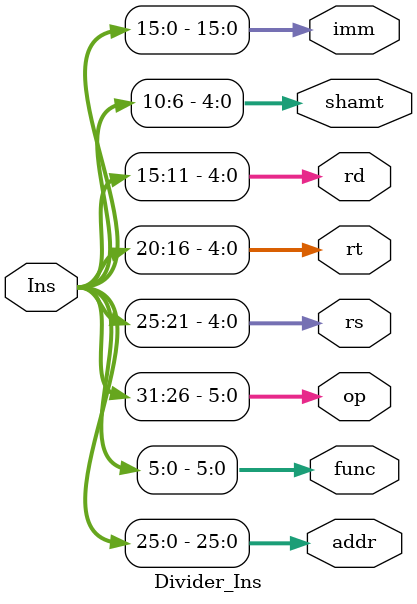
<source format=v>
`timescale 1ns / 1ps

module Divider_Ins(
    input [31:0] Ins,   //32Î»Ö¸Áî
    output [25:0] addr, //26Î»Ìø×ªµØÖ·
    output [5:0] func,  //6Î»func
    output [5:0] op,    //6Î»op
    output [4:0] rs,    //5Î»rsµØÖ·
    output [4:0] rt,    //5ÎªrtµØÖ·
    output [4:0] rd,    //5Î»rdµØÖ·
    output [4:0] shamt, //5Î»Á¢¼´Êý
    output [15:0] imm   //16Î»Á¢¼´Êý
    );
    assign    addr = Ins[25:0];
    assign    imm = Ins[15:0];
    assign  func = Ins[5:0];
    assign    shamt = Ins[10:6];
    assign    rd = Ins[15:11];
    assign    rt = Ins[20:16];
    assign    rs = Ins[25:21];
    assign    op = Ins[31:26];
endmodule

</source>
